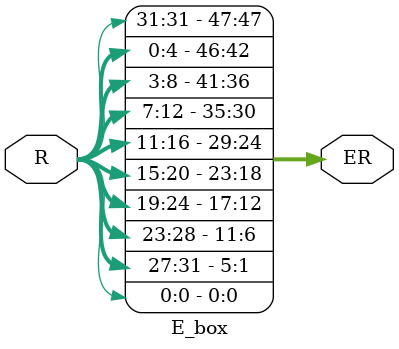
<source format=v>
`timescale 1ns / 1ps

module E_box(
    input [0:31] R,
    output [0:47] ER
    );
assign ER[0] = R[31];
assign ER[1] = R[0];
assign ER[2] = R[1];
assign ER[3] = R[2];
assign ER[4] = R[3];
assign ER[5] = R[4];
assign ER[6] = R[3];
assign ER[7] = R[4];
assign ER[8] = R[5];
assign ER[9] = R[6];
assign ER[10] = R[7];
assign ER[11] = R[8];
assign ER[12] = R[7];
assign ER[13] = R[8];
assign ER[14] = R[9];
assign ER[15] = R[10];
assign ER[16] = R[11];
assign ER[17] = R[12];
assign ER[18] = R[11];
assign ER[19] = R[12];
assign ER[20] = R[13];
assign ER[21] = R[14];
assign ER[22] = R[15];
assign ER[23] = R[16];
assign ER[24] = R[15];
assign ER[25] = R[16];
assign ER[26] = R[17];
assign ER[27] = R[18];
assign ER[28] = R[19];
assign ER[29] = R[20];
assign ER[30] = R[19];
assign ER[31] = R[20];
assign ER[32] = R[21];
assign ER[33] = R[22];
assign ER[34] = R[23];
assign ER[35] = R[24];
assign ER[36] = R[23];
assign ER[37] = R[24];
assign ER[38] = R[25];
assign ER[39] = R[26];
assign ER[40] = R[27];
assign ER[41] = R[28];
assign ER[42] = R[27];
assign ER[43] = R[28];
assign ER[44] = R[29];
assign ER[45] = R[30];
assign ER[46] = R[31];
assign ER[47] = R[0];
endmodule

</source>
